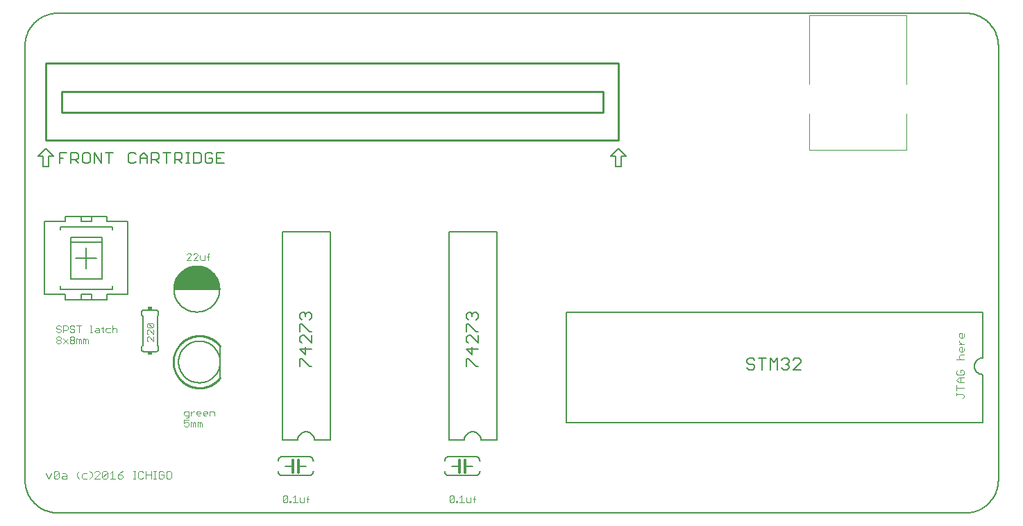
<source format=gto>
G75*
%MOIN*%
%OFA0B0*%
%FSLAX25Y25*%
%IPPOS*%
%LPD*%
%AMOC8*
5,1,8,0,0,1.08239X$1,22.5*
%
%ADD10C,0.00600*%
%ADD11C,0.00300*%
%ADD12C,0.00700*%
%ADD13C,0.00800*%
%ADD14C,0.00500*%
%ADD15C,0.01200*%
%ADD16C,0.01000*%
%ADD17R,0.02000X0.01500*%
%ADD18C,0.00400*%
D10*
X0025048Y0006800D02*
X0461052Y0006800D01*
X0461433Y0006805D01*
X0461813Y0006818D01*
X0462193Y0006841D01*
X0462572Y0006874D01*
X0462950Y0006915D01*
X0463327Y0006965D01*
X0463703Y0007025D01*
X0464078Y0007093D01*
X0464450Y0007171D01*
X0464821Y0007258D01*
X0465189Y0007353D01*
X0465555Y0007458D01*
X0465918Y0007571D01*
X0466279Y0007693D01*
X0466636Y0007823D01*
X0466990Y0007963D01*
X0467341Y0008110D01*
X0467688Y0008267D01*
X0468031Y0008431D01*
X0468370Y0008604D01*
X0468705Y0008785D01*
X0469036Y0008974D01*
X0469361Y0009171D01*
X0469682Y0009375D01*
X0469998Y0009588D01*
X0470308Y0009808D01*
X0470614Y0010035D01*
X0470913Y0010270D01*
X0471207Y0010512D01*
X0471495Y0010760D01*
X0471777Y0011016D01*
X0472052Y0011279D01*
X0472321Y0011548D01*
X0472584Y0011823D01*
X0472840Y0012105D01*
X0473088Y0012393D01*
X0473330Y0012687D01*
X0473565Y0012986D01*
X0473792Y0013292D01*
X0474012Y0013602D01*
X0474225Y0013918D01*
X0474429Y0014239D01*
X0474626Y0014564D01*
X0474815Y0014895D01*
X0474996Y0015230D01*
X0475169Y0015569D01*
X0475333Y0015912D01*
X0475490Y0016259D01*
X0475637Y0016610D01*
X0475777Y0016964D01*
X0475907Y0017321D01*
X0476029Y0017682D01*
X0476142Y0018045D01*
X0476247Y0018411D01*
X0476342Y0018779D01*
X0476429Y0019150D01*
X0476507Y0019522D01*
X0476575Y0019897D01*
X0476635Y0020273D01*
X0476685Y0020650D01*
X0476726Y0021028D01*
X0476759Y0021407D01*
X0476782Y0021787D01*
X0476795Y0022167D01*
X0476800Y0022548D01*
X0476800Y0231052D01*
X0476795Y0231433D01*
X0476782Y0231813D01*
X0476759Y0232193D01*
X0476726Y0232572D01*
X0476685Y0232950D01*
X0476635Y0233327D01*
X0476575Y0233703D01*
X0476507Y0234078D01*
X0476429Y0234450D01*
X0476342Y0234821D01*
X0476247Y0235189D01*
X0476142Y0235555D01*
X0476029Y0235918D01*
X0475907Y0236279D01*
X0475777Y0236636D01*
X0475637Y0236990D01*
X0475490Y0237341D01*
X0475333Y0237688D01*
X0475169Y0238031D01*
X0474996Y0238370D01*
X0474815Y0238705D01*
X0474626Y0239036D01*
X0474429Y0239361D01*
X0474225Y0239682D01*
X0474012Y0239998D01*
X0473792Y0240308D01*
X0473565Y0240614D01*
X0473330Y0240913D01*
X0473088Y0241207D01*
X0472840Y0241495D01*
X0472584Y0241777D01*
X0472321Y0242052D01*
X0472052Y0242321D01*
X0471777Y0242584D01*
X0471495Y0242840D01*
X0471207Y0243088D01*
X0470913Y0243330D01*
X0470614Y0243565D01*
X0470308Y0243792D01*
X0469998Y0244012D01*
X0469682Y0244225D01*
X0469361Y0244429D01*
X0469036Y0244626D01*
X0468705Y0244815D01*
X0468370Y0244996D01*
X0468031Y0245169D01*
X0467688Y0245333D01*
X0467341Y0245490D01*
X0466990Y0245637D01*
X0466636Y0245777D01*
X0466279Y0245907D01*
X0465918Y0246029D01*
X0465555Y0246142D01*
X0465189Y0246247D01*
X0464821Y0246342D01*
X0464450Y0246429D01*
X0464078Y0246507D01*
X0463703Y0246575D01*
X0463327Y0246635D01*
X0462950Y0246685D01*
X0462572Y0246726D01*
X0462193Y0246759D01*
X0461813Y0246782D01*
X0461433Y0246795D01*
X0461052Y0246800D01*
X0025048Y0246800D01*
X0024667Y0246795D01*
X0024287Y0246782D01*
X0023907Y0246759D01*
X0023528Y0246726D01*
X0023150Y0246685D01*
X0022773Y0246635D01*
X0022397Y0246575D01*
X0022022Y0246507D01*
X0021650Y0246429D01*
X0021279Y0246342D01*
X0020911Y0246247D01*
X0020545Y0246142D01*
X0020182Y0246029D01*
X0019821Y0245907D01*
X0019464Y0245777D01*
X0019110Y0245637D01*
X0018759Y0245490D01*
X0018412Y0245333D01*
X0018069Y0245169D01*
X0017730Y0244996D01*
X0017395Y0244815D01*
X0017064Y0244626D01*
X0016739Y0244429D01*
X0016418Y0244225D01*
X0016102Y0244012D01*
X0015792Y0243792D01*
X0015486Y0243565D01*
X0015187Y0243330D01*
X0014893Y0243088D01*
X0014605Y0242840D01*
X0014323Y0242584D01*
X0014048Y0242321D01*
X0013779Y0242052D01*
X0013516Y0241777D01*
X0013260Y0241495D01*
X0013012Y0241207D01*
X0012770Y0240913D01*
X0012535Y0240614D01*
X0012308Y0240308D01*
X0012088Y0239998D01*
X0011875Y0239682D01*
X0011671Y0239361D01*
X0011474Y0239036D01*
X0011285Y0238705D01*
X0011104Y0238370D01*
X0010931Y0238031D01*
X0010767Y0237688D01*
X0010610Y0237341D01*
X0010463Y0236990D01*
X0010323Y0236636D01*
X0010193Y0236279D01*
X0010071Y0235918D01*
X0009958Y0235555D01*
X0009853Y0235189D01*
X0009758Y0234821D01*
X0009671Y0234450D01*
X0009593Y0234078D01*
X0009525Y0233703D01*
X0009465Y0233327D01*
X0009415Y0232950D01*
X0009374Y0232572D01*
X0009341Y0232193D01*
X0009318Y0231813D01*
X0009305Y0231433D01*
X0009300Y0231052D01*
X0009300Y0022548D01*
X0009305Y0022167D01*
X0009318Y0021787D01*
X0009341Y0021407D01*
X0009374Y0021028D01*
X0009415Y0020650D01*
X0009465Y0020273D01*
X0009525Y0019897D01*
X0009593Y0019522D01*
X0009671Y0019150D01*
X0009758Y0018779D01*
X0009853Y0018411D01*
X0009958Y0018045D01*
X0010071Y0017682D01*
X0010193Y0017321D01*
X0010323Y0016964D01*
X0010463Y0016610D01*
X0010610Y0016259D01*
X0010767Y0015912D01*
X0010931Y0015569D01*
X0011104Y0015230D01*
X0011285Y0014895D01*
X0011474Y0014564D01*
X0011671Y0014239D01*
X0011875Y0013918D01*
X0012088Y0013602D01*
X0012308Y0013292D01*
X0012535Y0012986D01*
X0012770Y0012687D01*
X0013012Y0012393D01*
X0013260Y0012105D01*
X0013516Y0011823D01*
X0013779Y0011548D01*
X0014048Y0011279D01*
X0014323Y0011016D01*
X0014605Y0010760D01*
X0014893Y0010512D01*
X0015187Y0010270D01*
X0015486Y0010035D01*
X0015792Y0009808D01*
X0016102Y0009588D01*
X0016418Y0009375D01*
X0016739Y0009171D01*
X0017064Y0008974D01*
X0017395Y0008785D01*
X0017730Y0008604D01*
X0018069Y0008431D01*
X0018412Y0008267D01*
X0018759Y0008110D01*
X0019110Y0007963D01*
X0019464Y0007823D01*
X0019821Y0007693D01*
X0020182Y0007571D01*
X0020545Y0007458D01*
X0020911Y0007353D01*
X0021279Y0007258D01*
X0021650Y0007171D01*
X0022022Y0007093D01*
X0022397Y0007025D01*
X0022773Y0006965D01*
X0023150Y0006915D01*
X0023528Y0006874D01*
X0023907Y0006841D01*
X0024287Y0006818D01*
X0024667Y0006805D01*
X0025048Y0006800D01*
X0132800Y0024800D02*
X0145800Y0024800D01*
X0145887Y0024802D01*
X0145974Y0024808D01*
X0146061Y0024817D01*
X0146147Y0024830D01*
X0146233Y0024847D01*
X0146318Y0024868D01*
X0146401Y0024893D01*
X0146484Y0024921D01*
X0146565Y0024952D01*
X0146645Y0024987D01*
X0146723Y0025026D01*
X0146800Y0025068D01*
X0146875Y0025113D01*
X0146947Y0025162D01*
X0147018Y0025213D01*
X0147086Y0025268D01*
X0147151Y0025325D01*
X0147214Y0025386D01*
X0147275Y0025449D01*
X0147332Y0025514D01*
X0147387Y0025582D01*
X0147438Y0025653D01*
X0147487Y0025725D01*
X0147532Y0025800D01*
X0147574Y0025877D01*
X0147613Y0025955D01*
X0147648Y0026035D01*
X0147679Y0026116D01*
X0147707Y0026199D01*
X0147732Y0026282D01*
X0147753Y0026367D01*
X0147770Y0026453D01*
X0147783Y0026539D01*
X0147792Y0026626D01*
X0147798Y0026713D01*
X0147800Y0026800D01*
X0144300Y0029300D02*
X0140500Y0029300D01*
X0138000Y0029300D02*
X0134300Y0029300D01*
X0130800Y0026800D02*
X0130802Y0026713D01*
X0130808Y0026626D01*
X0130817Y0026539D01*
X0130830Y0026453D01*
X0130847Y0026367D01*
X0130868Y0026282D01*
X0130893Y0026199D01*
X0130921Y0026116D01*
X0130952Y0026035D01*
X0130987Y0025955D01*
X0131026Y0025877D01*
X0131068Y0025800D01*
X0131113Y0025725D01*
X0131162Y0025653D01*
X0131213Y0025582D01*
X0131268Y0025514D01*
X0131325Y0025449D01*
X0131386Y0025386D01*
X0131449Y0025325D01*
X0131514Y0025268D01*
X0131582Y0025213D01*
X0131653Y0025162D01*
X0131725Y0025113D01*
X0131800Y0025068D01*
X0131877Y0025026D01*
X0131955Y0024987D01*
X0132035Y0024952D01*
X0132116Y0024921D01*
X0132199Y0024893D01*
X0132282Y0024868D01*
X0132367Y0024847D01*
X0132453Y0024830D01*
X0132539Y0024817D01*
X0132626Y0024808D01*
X0132713Y0024802D01*
X0132800Y0024800D01*
X0130800Y0031800D02*
X0130802Y0031887D01*
X0130808Y0031974D01*
X0130817Y0032061D01*
X0130830Y0032147D01*
X0130847Y0032233D01*
X0130868Y0032318D01*
X0130893Y0032401D01*
X0130921Y0032484D01*
X0130952Y0032565D01*
X0130987Y0032645D01*
X0131026Y0032723D01*
X0131068Y0032800D01*
X0131113Y0032875D01*
X0131162Y0032947D01*
X0131213Y0033018D01*
X0131268Y0033086D01*
X0131325Y0033151D01*
X0131386Y0033214D01*
X0131449Y0033275D01*
X0131514Y0033332D01*
X0131582Y0033387D01*
X0131653Y0033438D01*
X0131725Y0033487D01*
X0131800Y0033532D01*
X0131877Y0033574D01*
X0131955Y0033613D01*
X0132035Y0033648D01*
X0132116Y0033679D01*
X0132199Y0033707D01*
X0132282Y0033732D01*
X0132367Y0033753D01*
X0132453Y0033770D01*
X0132539Y0033783D01*
X0132626Y0033792D01*
X0132713Y0033798D01*
X0132800Y0033800D01*
X0145800Y0033800D01*
X0145887Y0033798D01*
X0145974Y0033792D01*
X0146061Y0033783D01*
X0146147Y0033770D01*
X0146233Y0033753D01*
X0146318Y0033732D01*
X0146401Y0033707D01*
X0146484Y0033679D01*
X0146565Y0033648D01*
X0146645Y0033613D01*
X0146723Y0033574D01*
X0146800Y0033532D01*
X0146875Y0033487D01*
X0146947Y0033438D01*
X0147018Y0033387D01*
X0147086Y0033332D01*
X0147151Y0033275D01*
X0147214Y0033214D01*
X0147275Y0033151D01*
X0147332Y0033086D01*
X0147387Y0033018D01*
X0147438Y0032947D01*
X0147487Y0032875D01*
X0147532Y0032800D01*
X0147574Y0032723D01*
X0147613Y0032645D01*
X0147648Y0032565D01*
X0147679Y0032484D01*
X0147707Y0032401D01*
X0147732Y0032318D01*
X0147753Y0032233D01*
X0147770Y0032147D01*
X0147783Y0032061D01*
X0147792Y0031974D01*
X0147798Y0031887D01*
X0147800Y0031800D01*
X0148300Y0041800D02*
X0155800Y0041800D01*
X0155800Y0141800D01*
X0132800Y0141800D01*
X0132800Y0041800D01*
X0140300Y0041800D01*
X0140302Y0041926D01*
X0140308Y0042051D01*
X0140318Y0042176D01*
X0140332Y0042301D01*
X0140349Y0042426D01*
X0140371Y0042550D01*
X0140396Y0042673D01*
X0140426Y0042795D01*
X0140459Y0042916D01*
X0140496Y0043036D01*
X0140536Y0043155D01*
X0140581Y0043272D01*
X0140629Y0043389D01*
X0140681Y0043503D01*
X0140736Y0043616D01*
X0140795Y0043727D01*
X0140857Y0043836D01*
X0140923Y0043943D01*
X0140992Y0044048D01*
X0141064Y0044151D01*
X0141139Y0044252D01*
X0141218Y0044350D01*
X0141300Y0044445D01*
X0141384Y0044538D01*
X0141472Y0044628D01*
X0141562Y0044716D01*
X0141655Y0044800D01*
X0141750Y0044882D01*
X0141848Y0044961D01*
X0141949Y0045036D01*
X0142052Y0045108D01*
X0142157Y0045177D01*
X0142264Y0045243D01*
X0142373Y0045305D01*
X0142484Y0045364D01*
X0142597Y0045419D01*
X0142711Y0045471D01*
X0142828Y0045519D01*
X0142945Y0045564D01*
X0143064Y0045604D01*
X0143184Y0045641D01*
X0143305Y0045674D01*
X0143427Y0045704D01*
X0143550Y0045729D01*
X0143674Y0045751D01*
X0143799Y0045768D01*
X0143924Y0045782D01*
X0144049Y0045792D01*
X0144174Y0045798D01*
X0144300Y0045800D01*
X0144426Y0045798D01*
X0144551Y0045792D01*
X0144676Y0045782D01*
X0144801Y0045768D01*
X0144926Y0045751D01*
X0145050Y0045729D01*
X0145173Y0045704D01*
X0145295Y0045674D01*
X0145416Y0045641D01*
X0145536Y0045604D01*
X0145655Y0045564D01*
X0145772Y0045519D01*
X0145889Y0045471D01*
X0146003Y0045419D01*
X0146116Y0045364D01*
X0146227Y0045305D01*
X0146336Y0045243D01*
X0146443Y0045177D01*
X0146548Y0045108D01*
X0146651Y0045036D01*
X0146752Y0044961D01*
X0146850Y0044882D01*
X0146945Y0044800D01*
X0147038Y0044716D01*
X0147128Y0044628D01*
X0147216Y0044538D01*
X0147300Y0044445D01*
X0147382Y0044350D01*
X0147461Y0044252D01*
X0147536Y0044151D01*
X0147608Y0044048D01*
X0147677Y0043943D01*
X0147743Y0043836D01*
X0147805Y0043727D01*
X0147864Y0043616D01*
X0147919Y0043503D01*
X0147971Y0043389D01*
X0148019Y0043272D01*
X0148064Y0043155D01*
X0148104Y0043036D01*
X0148141Y0042916D01*
X0148174Y0042795D01*
X0148204Y0042673D01*
X0148229Y0042550D01*
X0148251Y0042426D01*
X0148268Y0042301D01*
X0148282Y0042176D01*
X0148292Y0042051D01*
X0148298Y0041926D01*
X0148300Y0041800D01*
X0212800Y0041800D02*
X0220300Y0041800D01*
X0220302Y0041926D01*
X0220308Y0042051D01*
X0220318Y0042176D01*
X0220332Y0042301D01*
X0220349Y0042426D01*
X0220371Y0042550D01*
X0220396Y0042673D01*
X0220426Y0042795D01*
X0220459Y0042916D01*
X0220496Y0043036D01*
X0220536Y0043155D01*
X0220581Y0043272D01*
X0220629Y0043389D01*
X0220681Y0043503D01*
X0220736Y0043616D01*
X0220795Y0043727D01*
X0220857Y0043836D01*
X0220923Y0043943D01*
X0220992Y0044048D01*
X0221064Y0044151D01*
X0221139Y0044252D01*
X0221218Y0044350D01*
X0221300Y0044445D01*
X0221384Y0044538D01*
X0221472Y0044628D01*
X0221562Y0044716D01*
X0221655Y0044800D01*
X0221750Y0044882D01*
X0221848Y0044961D01*
X0221949Y0045036D01*
X0222052Y0045108D01*
X0222157Y0045177D01*
X0222264Y0045243D01*
X0222373Y0045305D01*
X0222484Y0045364D01*
X0222597Y0045419D01*
X0222711Y0045471D01*
X0222828Y0045519D01*
X0222945Y0045564D01*
X0223064Y0045604D01*
X0223184Y0045641D01*
X0223305Y0045674D01*
X0223427Y0045704D01*
X0223550Y0045729D01*
X0223674Y0045751D01*
X0223799Y0045768D01*
X0223924Y0045782D01*
X0224049Y0045792D01*
X0224174Y0045798D01*
X0224300Y0045800D01*
X0224426Y0045798D01*
X0224551Y0045792D01*
X0224676Y0045782D01*
X0224801Y0045768D01*
X0224926Y0045751D01*
X0225050Y0045729D01*
X0225173Y0045704D01*
X0225295Y0045674D01*
X0225416Y0045641D01*
X0225536Y0045604D01*
X0225655Y0045564D01*
X0225772Y0045519D01*
X0225889Y0045471D01*
X0226003Y0045419D01*
X0226116Y0045364D01*
X0226227Y0045305D01*
X0226336Y0045243D01*
X0226443Y0045177D01*
X0226548Y0045108D01*
X0226651Y0045036D01*
X0226752Y0044961D01*
X0226850Y0044882D01*
X0226945Y0044800D01*
X0227038Y0044716D01*
X0227128Y0044628D01*
X0227216Y0044538D01*
X0227300Y0044445D01*
X0227382Y0044350D01*
X0227461Y0044252D01*
X0227536Y0044151D01*
X0227608Y0044048D01*
X0227677Y0043943D01*
X0227743Y0043836D01*
X0227805Y0043727D01*
X0227864Y0043616D01*
X0227919Y0043503D01*
X0227971Y0043389D01*
X0228019Y0043272D01*
X0228064Y0043155D01*
X0228104Y0043036D01*
X0228141Y0042916D01*
X0228174Y0042795D01*
X0228204Y0042673D01*
X0228229Y0042550D01*
X0228251Y0042426D01*
X0228268Y0042301D01*
X0228282Y0042176D01*
X0228292Y0042051D01*
X0228298Y0041926D01*
X0228300Y0041800D01*
X0235800Y0041800D01*
X0235800Y0141800D01*
X0212800Y0141800D01*
X0212800Y0041800D01*
X0212800Y0033800D02*
X0225800Y0033800D01*
X0225887Y0033798D01*
X0225974Y0033792D01*
X0226061Y0033783D01*
X0226147Y0033770D01*
X0226233Y0033753D01*
X0226318Y0033732D01*
X0226401Y0033707D01*
X0226484Y0033679D01*
X0226565Y0033648D01*
X0226645Y0033613D01*
X0226723Y0033574D01*
X0226800Y0033532D01*
X0226875Y0033487D01*
X0226947Y0033438D01*
X0227018Y0033387D01*
X0227086Y0033332D01*
X0227151Y0033275D01*
X0227214Y0033214D01*
X0227275Y0033151D01*
X0227332Y0033086D01*
X0227387Y0033018D01*
X0227438Y0032947D01*
X0227487Y0032875D01*
X0227532Y0032800D01*
X0227574Y0032723D01*
X0227613Y0032645D01*
X0227648Y0032565D01*
X0227679Y0032484D01*
X0227707Y0032401D01*
X0227732Y0032318D01*
X0227753Y0032233D01*
X0227770Y0032147D01*
X0227783Y0032061D01*
X0227792Y0031974D01*
X0227798Y0031887D01*
X0227800Y0031800D01*
X0224300Y0029300D02*
X0220500Y0029300D01*
X0218000Y0029300D02*
X0214300Y0029300D01*
X0210800Y0026800D02*
X0210802Y0026713D01*
X0210808Y0026626D01*
X0210817Y0026539D01*
X0210830Y0026453D01*
X0210847Y0026367D01*
X0210868Y0026282D01*
X0210893Y0026199D01*
X0210921Y0026116D01*
X0210952Y0026035D01*
X0210987Y0025955D01*
X0211026Y0025877D01*
X0211068Y0025800D01*
X0211113Y0025725D01*
X0211162Y0025653D01*
X0211213Y0025582D01*
X0211268Y0025514D01*
X0211325Y0025449D01*
X0211386Y0025386D01*
X0211449Y0025325D01*
X0211514Y0025268D01*
X0211582Y0025213D01*
X0211653Y0025162D01*
X0211725Y0025113D01*
X0211800Y0025068D01*
X0211877Y0025026D01*
X0211955Y0024987D01*
X0212035Y0024952D01*
X0212116Y0024921D01*
X0212199Y0024893D01*
X0212282Y0024868D01*
X0212367Y0024847D01*
X0212453Y0024830D01*
X0212539Y0024817D01*
X0212626Y0024808D01*
X0212713Y0024802D01*
X0212800Y0024800D01*
X0225800Y0024800D01*
X0225887Y0024802D01*
X0225974Y0024808D01*
X0226061Y0024817D01*
X0226147Y0024830D01*
X0226233Y0024847D01*
X0226318Y0024868D01*
X0226401Y0024893D01*
X0226484Y0024921D01*
X0226565Y0024952D01*
X0226645Y0024987D01*
X0226723Y0025026D01*
X0226800Y0025068D01*
X0226875Y0025113D01*
X0226947Y0025162D01*
X0227018Y0025213D01*
X0227086Y0025268D01*
X0227151Y0025325D01*
X0227214Y0025386D01*
X0227275Y0025449D01*
X0227332Y0025514D01*
X0227387Y0025582D01*
X0227438Y0025653D01*
X0227487Y0025725D01*
X0227532Y0025800D01*
X0227574Y0025877D01*
X0227613Y0025955D01*
X0227648Y0026035D01*
X0227679Y0026116D01*
X0227707Y0026199D01*
X0227732Y0026282D01*
X0227753Y0026367D01*
X0227770Y0026453D01*
X0227783Y0026539D01*
X0227792Y0026626D01*
X0227798Y0026713D01*
X0227800Y0026800D01*
X0212800Y0033800D02*
X0212713Y0033798D01*
X0212626Y0033792D01*
X0212539Y0033783D01*
X0212453Y0033770D01*
X0212367Y0033753D01*
X0212282Y0033732D01*
X0212199Y0033707D01*
X0212116Y0033679D01*
X0212035Y0033648D01*
X0211955Y0033613D01*
X0211877Y0033574D01*
X0211800Y0033532D01*
X0211725Y0033487D01*
X0211653Y0033438D01*
X0211582Y0033387D01*
X0211514Y0033332D01*
X0211449Y0033275D01*
X0211386Y0033214D01*
X0211325Y0033151D01*
X0211268Y0033086D01*
X0211213Y0033018D01*
X0211162Y0032947D01*
X0211113Y0032875D01*
X0211068Y0032800D01*
X0211026Y0032723D01*
X0210987Y0032645D01*
X0210952Y0032565D01*
X0210921Y0032484D01*
X0210893Y0032401D01*
X0210868Y0032318D01*
X0210847Y0032233D01*
X0210830Y0032147D01*
X0210817Y0032061D01*
X0210808Y0031974D01*
X0210802Y0031887D01*
X0210800Y0031800D01*
X0269300Y0050300D02*
X0269300Y0103300D01*
X0469300Y0103300D01*
X0469300Y0081300D01*
X0469174Y0081298D01*
X0469049Y0081292D01*
X0468924Y0081282D01*
X0468799Y0081268D01*
X0468674Y0081251D01*
X0468550Y0081229D01*
X0468427Y0081204D01*
X0468305Y0081174D01*
X0468184Y0081141D01*
X0468064Y0081104D01*
X0467945Y0081064D01*
X0467828Y0081019D01*
X0467711Y0080971D01*
X0467597Y0080919D01*
X0467484Y0080864D01*
X0467373Y0080805D01*
X0467264Y0080743D01*
X0467157Y0080677D01*
X0467052Y0080608D01*
X0466949Y0080536D01*
X0466848Y0080461D01*
X0466750Y0080382D01*
X0466655Y0080300D01*
X0466562Y0080216D01*
X0466472Y0080128D01*
X0466384Y0080038D01*
X0466300Y0079945D01*
X0466218Y0079850D01*
X0466139Y0079752D01*
X0466064Y0079651D01*
X0465992Y0079548D01*
X0465923Y0079443D01*
X0465857Y0079336D01*
X0465795Y0079227D01*
X0465736Y0079116D01*
X0465681Y0079003D01*
X0465629Y0078889D01*
X0465581Y0078772D01*
X0465536Y0078655D01*
X0465496Y0078536D01*
X0465459Y0078416D01*
X0465426Y0078295D01*
X0465396Y0078173D01*
X0465371Y0078050D01*
X0465349Y0077926D01*
X0465332Y0077801D01*
X0465318Y0077676D01*
X0465308Y0077551D01*
X0465302Y0077426D01*
X0465300Y0077300D01*
X0465302Y0077174D01*
X0465308Y0077049D01*
X0465318Y0076924D01*
X0465332Y0076799D01*
X0465349Y0076674D01*
X0465371Y0076550D01*
X0465396Y0076427D01*
X0465426Y0076305D01*
X0465459Y0076184D01*
X0465496Y0076064D01*
X0465536Y0075945D01*
X0465581Y0075828D01*
X0465629Y0075711D01*
X0465681Y0075597D01*
X0465736Y0075484D01*
X0465795Y0075373D01*
X0465857Y0075264D01*
X0465923Y0075157D01*
X0465992Y0075052D01*
X0466064Y0074949D01*
X0466139Y0074848D01*
X0466218Y0074750D01*
X0466300Y0074655D01*
X0466384Y0074562D01*
X0466472Y0074472D01*
X0466562Y0074384D01*
X0466655Y0074300D01*
X0466750Y0074218D01*
X0466848Y0074139D01*
X0466949Y0074064D01*
X0467052Y0073992D01*
X0467157Y0073923D01*
X0467264Y0073857D01*
X0467373Y0073795D01*
X0467484Y0073736D01*
X0467597Y0073681D01*
X0467711Y0073629D01*
X0467828Y0073581D01*
X0467945Y0073536D01*
X0468064Y0073496D01*
X0468184Y0073459D01*
X0468305Y0073426D01*
X0468427Y0073396D01*
X0468550Y0073371D01*
X0468674Y0073349D01*
X0468799Y0073332D01*
X0468924Y0073318D01*
X0469049Y0073308D01*
X0469174Y0073302D01*
X0469300Y0073300D01*
X0469300Y0050300D01*
X0269300Y0050300D01*
X0356100Y0076501D02*
X0357001Y0075600D01*
X0358802Y0075600D01*
X0359703Y0076501D01*
X0359703Y0077402D01*
X0358802Y0078302D01*
X0357001Y0078302D01*
X0356100Y0079203D01*
X0356100Y0080104D01*
X0357001Y0081005D01*
X0358802Y0081005D01*
X0359703Y0080104D01*
X0361625Y0081005D02*
X0365228Y0081005D01*
X0363426Y0081005D02*
X0363426Y0075600D01*
X0367149Y0075600D02*
X0367149Y0081005D01*
X0368951Y0079203D01*
X0370753Y0081005D01*
X0370753Y0075600D01*
X0372674Y0076501D02*
X0373575Y0075600D01*
X0375376Y0075600D01*
X0376277Y0076501D01*
X0376277Y0077402D01*
X0375376Y0078302D01*
X0374476Y0078302D01*
X0375376Y0078302D02*
X0376277Y0079203D01*
X0376277Y0080104D01*
X0375376Y0081005D01*
X0373575Y0081005D01*
X0372674Y0080104D01*
X0378199Y0080104D02*
X0379100Y0081005D01*
X0380901Y0081005D01*
X0381802Y0080104D01*
X0381802Y0079203D01*
X0378199Y0075600D01*
X0381802Y0075600D01*
X0083050Y0079300D02*
X0083053Y0079545D01*
X0083062Y0079791D01*
X0083077Y0080036D01*
X0083098Y0080280D01*
X0083125Y0080524D01*
X0083158Y0080767D01*
X0083197Y0081010D01*
X0083242Y0081251D01*
X0083293Y0081491D01*
X0083350Y0081730D01*
X0083412Y0081967D01*
X0083481Y0082203D01*
X0083555Y0082437D01*
X0083635Y0082669D01*
X0083720Y0082899D01*
X0083811Y0083127D01*
X0083908Y0083352D01*
X0084010Y0083576D01*
X0084118Y0083796D01*
X0084231Y0084014D01*
X0084349Y0084229D01*
X0084473Y0084441D01*
X0084601Y0084650D01*
X0084735Y0084856D01*
X0084874Y0085058D01*
X0085018Y0085257D01*
X0085167Y0085452D01*
X0085320Y0085644D01*
X0085478Y0085832D01*
X0085640Y0086016D01*
X0085808Y0086195D01*
X0085979Y0086371D01*
X0086155Y0086542D01*
X0086334Y0086710D01*
X0086518Y0086872D01*
X0086706Y0087030D01*
X0086898Y0087183D01*
X0087093Y0087332D01*
X0087292Y0087476D01*
X0087494Y0087615D01*
X0087700Y0087749D01*
X0087909Y0087877D01*
X0088121Y0088001D01*
X0088336Y0088119D01*
X0088554Y0088232D01*
X0088774Y0088340D01*
X0088998Y0088442D01*
X0089223Y0088539D01*
X0089451Y0088630D01*
X0089681Y0088715D01*
X0089913Y0088795D01*
X0090147Y0088869D01*
X0090383Y0088938D01*
X0090620Y0089000D01*
X0090859Y0089057D01*
X0091099Y0089108D01*
X0091340Y0089153D01*
X0091583Y0089192D01*
X0091826Y0089225D01*
X0092070Y0089252D01*
X0092314Y0089273D01*
X0092559Y0089288D01*
X0092805Y0089297D01*
X0093050Y0089300D01*
X0093295Y0089297D01*
X0093541Y0089288D01*
X0093786Y0089273D01*
X0094030Y0089252D01*
X0094274Y0089225D01*
X0094517Y0089192D01*
X0094760Y0089153D01*
X0095001Y0089108D01*
X0095241Y0089057D01*
X0095480Y0089000D01*
X0095717Y0088938D01*
X0095953Y0088869D01*
X0096187Y0088795D01*
X0096419Y0088715D01*
X0096649Y0088630D01*
X0096877Y0088539D01*
X0097102Y0088442D01*
X0097326Y0088340D01*
X0097546Y0088232D01*
X0097764Y0088119D01*
X0097979Y0088001D01*
X0098191Y0087877D01*
X0098400Y0087749D01*
X0098606Y0087615D01*
X0098808Y0087476D01*
X0099007Y0087332D01*
X0099202Y0087183D01*
X0099394Y0087030D01*
X0099582Y0086872D01*
X0099766Y0086710D01*
X0099945Y0086542D01*
X0100121Y0086371D01*
X0100292Y0086195D01*
X0100460Y0086016D01*
X0100622Y0085832D01*
X0100780Y0085644D01*
X0100933Y0085452D01*
X0101082Y0085257D01*
X0101226Y0085058D01*
X0101365Y0084856D01*
X0101499Y0084650D01*
X0101627Y0084441D01*
X0101751Y0084229D01*
X0101869Y0084014D01*
X0101982Y0083796D01*
X0102090Y0083576D01*
X0102192Y0083352D01*
X0102289Y0083127D01*
X0102380Y0082899D01*
X0102465Y0082669D01*
X0102545Y0082437D01*
X0102619Y0082203D01*
X0102688Y0081967D01*
X0102750Y0081730D01*
X0102807Y0081491D01*
X0102858Y0081251D01*
X0102903Y0081010D01*
X0102942Y0080767D01*
X0102975Y0080524D01*
X0103002Y0080280D01*
X0103023Y0080036D01*
X0103038Y0079791D01*
X0103047Y0079545D01*
X0103050Y0079300D01*
X0103047Y0079055D01*
X0103038Y0078809D01*
X0103023Y0078564D01*
X0103002Y0078320D01*
X0102975Y0078076D01*
X0102942Y0077833D01*
X0102903Y0077590D01*
X0102858Y0077349D01*
X0102807Y0077109D01*
X0102750Y0076870D01*
X0102688Y0076633D01*
X0102619Y0076397D01*
X0102545Y0076163D01*
X0102465Y0075931D01*
X0102380Y0075701D01*
X0102289Y0075473D01*
X0102192Y0075248D01*
X0102090Y0075024D01*
X0101982Y0074804D01*
X0101869Y0074586D01*
X0101751Y0074371D01*
X0101627Y0074159D01*
X0101499Y0073950D01*
X0101365Y0073744D01*
X0101226Y0073542D01*
X0101082Y0073343D01*
X0100933Y0073148D01*
X0100780Y0072956D01*
X0100622Y0072768D01*
X0100460Y0072584D01*
X0100292Y0072405D01*
X0100121Y0072229D01*
X0099945Y0072058D01*
X0099766Y0071890D01*
X0099582Y0071728D01*
X0099394Y0071570D01*
X0099202Y0071417D01*
X0099007Y0071268D01*
X0098808Y0071124D01*
X0098606Y0070985D01*
X0098400Y0070851D01*
X0098191Y0070723D01*
X0097979Y0070599D01*
X0097764Y0070481D01*
X0097546Y0070368D01*
X0097326Y0070260D01*
X0097102Y0070158D01*
X0096877Y0070061D01*
X0096649Y0069970D01*
X0096419Y0069885D01*
X0096187Y0069805D01*
X0095953Y0069731D01*
X0095717Y0069662D01*
X0095480Y0069600D01*
X0095241Y0069543D01*
X0095001Y0069492D01*
X0094760Y0069447D01*
X0094517Y0069408D01*
X0094274Y0069375D01*
X0094030Y0069348D01*
X0093786Y0069327D01*
X0093541Y0069312D01*
X0093295Y0069303D01*
X0093050Y0069300D01*
X0092805Y0069303D01*
X0092559Y0069312D01*
X0092314Y0069327D01*
X0092070Y0069348D01*
X0091826Y0069375D01*
X0091583Y0069408D01*
X0091340Y0069447D01*
X0091099Y0069492D01*
X0090859Y0069543D01*
X0090620Y0069600D01*
X0090383Y0069662D01*
X0090147Y0069731D01*
X0089913Y0069805D01*
X0089681Y0069885D01*
X0089451Y0069970D01*
X0089223Y0070061D01*
X0088998Y0070158D01*
X0088774Y0070260D01*
X0088554Y0070368D01*
X0088336Y0070481D01*
X0088121Y0070599D01*
X0087909Y0070723D01*
X0087700Y0070851D01*
X0087494Y0070985D01*
X0087292Y0071124D01*
X0087093Y0071268D01*
X0086898Y0071417D01*
X0086706Y0071570D01*
X0086518Y0071728D01*
X0086334Y0071890D01*
X0086155Y0072058D01*
X0085979Y0072229D01*
X0085808Y0072405D01*
X0085640Y0072584D01*
X0085478Y0072768D01*
X0085320Y0072956D01*
X0085167Y0073148D01*
X0085018Y0073343D01*
X0084874Y0073542D01*
X0084735Y0073744D01*
X0084601Y0073950D01*
X0084473Y0074159D01*
X0084349Y0074371D01*
X0084231Y0074586D01*
X0084118Y0074804D01*
X0084010Y0075024D01*
X0083908Y0075248D01*
X0083811Y0075473D01*
X0083720Y0075701D01*
X0083635Y0075931D01*
X0083555Y0076163D01*
X0083481Y0076397D01*
X0083412Y0076633D01*
X0083350Y0076870D01*
X0083293Y0077109D01*
X0083242Y0077349D01*
X0083197Y0077590D01*
X0083158Y0077833D01*
X0083125Y0078076D01*
X0083098Y0078320D01*
X0083077Y0078564D01*
X0083062Y0078809D01*
X0083053Y0079055D01*
X0083050Y0079300D01*
X0073300Y0085300D02*
X0073300Y0086800D01*
X0072800Y0087300D01*
X0072800Y0101300D01*
X0073300Y0101800D01*
X0073300Y0103300D01*
X0073298Y0103360D01*
X0073293Y0103421D01*
X0073284Y0103480D01*
X0073271Y0103539D01*
X0073255Y0103598D01*
X0073235Y0103655D01*
X0073212Y0103710D01*
X0073185Y0103765D01*
X0073156Y0103817D01*
X0073123Y0103868D01*
X0073087Y0103917D01*
X0073049Y0103963D01*
X0073007Y0104007D01*
X0072963Y0104049D01*
X0072917Y0104087D01*
X0072868Y0104123D01*
X0072817Y0104156D01*
X0072765Y0104185D01*
X0072710Y0104212D01*
X0072655Y0104235D01*
X0072598Y0104255D01*
X0072539Y0104271D01*
X0072480Y0104284D01*
X0072421Y0104293D01*
X0072360Y0104298D01*
X0072300Y0104300D01*
X0066300Y0104300D01*
X0066240Y0104298D01*
X0066179Y0104293D01*
X0066120Y0104284D01*
X0066061Y0104271D01*
X0066002Y0104255D01*
X0065945Y0104235D01*
X0065890Y0104212D01*
X0065835Y0104185D01*
X0065783Y0104156D01*
X0065732Y0104123D01*
X0065683Y0104087D01*
X0065637Y0104049D01*
X0065593Y0104007D01*
X0065551Y0103963D01*
X0065513Y0103917D01*
X0065477Y0103868D01*
X0065444Y0103817D01*
X0065415Y0103765D01*
X0065388Y0103710D01*
X0065365Y0103655D01*
X0065345Y0103598D01*
X0065329Y0103539D01*
X0065316Y0103480D01*
X0065307Y0103421D01*
X0065302Y0103360D01*
X0065300Y0103300D01*
X0065300Y0101800D01*
X0065800Y0101300D01*
X0065800Y0087300D01*
X0065300Y0086800D01*
X0065300Y0085300D01*
X0065302Y0085240D01*
X0065307Y0085179D01*
X0065316Y0085120D01*
X0065329Y0085061D01*
X0065345Y0085002D01*
X0065365Y0084945D01*
X0065388Y0084890D01*
X0065415Y0084835D01*
X0065444Y0084783D01*
X0065477Y0084732D01*
X0065513Y0084683D01*
X0065551Y0084637D01*
X0065593Y0084593D01*
X0065637Y0084551D01*
X0065683Y0084513D01*
X0065732Y0084477D01*
X0065783Y0084444D01*
X0065835Y0084415D01*
X0065890Y0084388D01*
X0065945Y0084365D01*
X0066002Y0084345D01*
X0066061Y0084329D01*
X0066120Y0084316D01*
X0066179Y0084307D01*
X0066240Y0084302D01*
X0066300Y0084300D01*
X0072300Y0084300D01*
X0072360Y0084302D01*
X0072421Y0084307D01*
X0072480Y0084316D01*
X0072539Y0084329D01*
X0072598Y0084345D01*
X0072655Y0084365D01*
X0072710Y0084388D01*
X0072765Y0084415D01*
X0072817Y0084444D01*
X0072868Y0084477D01*
X0072917Y0084513D01*
X0072963Y0084551D01*
X0073007Y0084593D01*
X0073049Y0084637D01*
X0073087Y0084683D01*
X0073123Y0084732D01*
X0073156Y0084783D01*
X0073185Y0084835D01*
X0073212Y0084890D01*
X0073235Y0084945D01*
X0073255Y0085002D01*
X0073271Y0085061D01*
X0073284Y0085120D01*
X0073293Y0085179D01*
X0073298Y0085240D01*
X0073300Y0085300D01*
X0048675Y0109300D02*
X0041175Y0109300D01*
X0036175Y0109300D01*
X0028675Y0109300D01*
X0028675Y0111800D01*
X0018675Y0111800D01*
X0018675Y0146800D01*
X0028675Y0146800D01*
X0028675Y0149300D01*
X0036175Y0149300D01*
X0041175Y0149300D01*
X0048675Y0149300D01*
X0048675Y0146800D01*
X0058675Y0146800D01*
X0058675Y0111800D01*
X0048675Y0111800D01*
X0048675Y0109300D01*
X0051175Y0114300D02*
X0051175Y0115800D01*
X0051175Y0114300D02*
X0026175Y0114300D01*
X0026175Y0115800D01*
X0031175Y0119300D02*
X0031175Y0136800D01*
X0046175Y0136800D01*
X0046175Y0139300D01*
X0031175Y0139300D01*
X0031175Y0136800D01*
X0038675Y0134300D02*
X0038675Y0124300D01*
X0043675Y0129300D02*
X0033675Y0129300D01*
X0046175Y0136800D02*
X0046175Y0119300D01*
X0031175Y0119300D01*
X0036175Y0111800D02*
X0036175Y0109300D01*
X0036175Y0111800D02*
X0041175Y0111800D01*
X0041175Y0109300D01*
X0080800Y0114300D02*
X0080803Y0114570D01*
X0080813Y0114840D01*
X0080830Y0115109D01*
X0080853Y0115378D01*
X0080883Y0115647D01*
X0080919Y0115914D01*
X0080962Y0116181D01*
X0081011Y0116446D01*
X0081067Y0116710D01*
X0081130Y0116973D01*
X0081198Y0117234D01*
X0081274Y0117493D01*
X0081355Y0117750D01*
X0081443Y0118006D01*
X0081537Y0118259D01*
X0081637Y0118510D01*
X0081744Y0118758D01*
X0081856Y0119003D01*
X0081975Y0119246D01*
X0082099Y0119485D01*
X0082229Y0119722D01*
X0082365Y0119955D01*
X0082507Y0120185D01*
X0082654Y0120411D01*
X0082807Y0120634D01*
X0082965Y0120853D01*
X0083128Y0121068D01*
X0083297Y0121278D01*
X0083471Y0121485D01*
X0083650Y0121687D01*
X0083833Y0121885D01*
X0084022Y0122078D01*
X0084215Y0122267D01*
X0084413Y0122450D01*
X0084615Y0122629D01*
X0084822Y0122803D01*
X0085032Y0122972D01*
X0085247Y0123135D01*
X0085466Y0123293D01*
X0085689Y0123446D01*
X0085915Y0123593D01*
X0086145Y0123735D01*
X0086378Y0123871D01*
X0086615Y0124001D01*
X0086854Y0124125D01*
X0087097Y0124244D01*
X0087342Y0124356D01*
X0087590Y0124463D01*
X0087841Y0124563D01*
X0088094Y0124657D01*
X0088350Y0124745D01*
X0088607Y0124826D01*
X0088866Y0124902D01*
X0089127Y0124970D01*
X0089390Y0125033D01*
X0089654Y0125089D01*
X0089919Y0125138D01*
X0090186Y0125181D01*
X0090453Y0125217D01*
X0090722Y0125247D01*
X0090991Y0125270D01*
X0091260Y0125287D01*
X0091530Y0125297D01*
X0091800Y0125300D01*
X0092070Y0125297D01*
X0092340Y0125287D01*
X0092609Y0125270D01*
X0092878Y0125247D01*
X0093147Y0125217D01*
X0093414Y0125181D01*
X0093681Y0125138D01*
X0093946Y0125089D01*
X0094210Y0125033D01*
X0094473Y0124970D01*
X0094734Y0124902D01*
X0094993Y0124826D01*
X0095250Y0124745D01*
X0095506Y0124657D01*
X0095759Y0124563D01*
X0096010Y0124463D01*
X0096258Y0124356D01*
X0096503Y0124244D01*
X0096746Y0124125D01*
X0096985Y0124001D01*
X0097222Y0123871D01*
X0097455Y0123735D01*
X0097685Y0123593D01*
X0097911Y0123446D01*
X0098134Y0123293D01*
X0098353Y0123135D01*
X0098568Y0122972D01*
X0098778Y0122803D01*
X0098985Y0122629D01*
X0099187Y0122450D01*
X0099385Y0122267D01*
X0099578Y0122078D01*
X0099767Y0121885D01*
X0099950Y0121687D01*
X0100129Y0121485D01*
X0100303Y0121278D01*
X0100472Y0121068D01*
X0100635Y0120853D01*
X0100793Y0120634D01*
X0100946Y0120411D01*
X0101093Y0120185D01*
X0101235Y0119955D01*
X0101371Y0119722D01*
X0101501Y0119485D01*
X0101625Y0119246D01*
X0101744Y0119003D01*
X0101856Y0118758D01*
X0101963Y0118510D01*
X0102063Y0118259D01*
X0102157Y0118006D01*
X0102245Y0117750D01*
X0102326Y0117493D01*
X0102402Y0117234D01*
X0102470Y0116973D01*
X0102533Y0116710D01*
X0102589Y0116446D01*
X0102638Y0116181D01*
X0102681Y0115914D01*
X0102717Y0115647D01*
X0102747Y0115378D01*
X0102770Y0115109D01*
X0102787Y0114840D01*
X0102797Y0114570D01*
X0102800Y0114300D01*
X0102797Y0114030D01*
X0102787Y0113760D01*
X0102770Y0113491D01*
X0102747Y0113222D01*
X0102717Y0112953D01*
X0102681Y0112686D01*
X0102638Y0112419D01*
X0102589Y0112154D01*
X0102533Y0111890D01*
X0102470Y0111627D01*
X0102402Y0111366D01*
X0102326Y0111107D01*
X0102245Y0110850D01*
X0102157Y0110594D01*
X0102063Y0110341D01*
X0101963Y0110090D01*
X0101856Y0109842D01*
X0101744Y0109597D01*
X0101625Y0109354D01*
X0101501Y0109115D01*
X0101371Y0108878D01*
X0101235Y0108645D01*
X0101093Y0108415D01*
X0100946Y0108189D01*
X0100793Y0107966D01*
X0100635Y0107747D01*
X0100472Y0107532D01*
X0100303Y0107322D01*
X0100129Y0107115D01*
X0099950Y0106913D01*
X0099767Y0106715D01*
X0099578Y0106522D01*
X0099385Y0106333D01*
X0099187Y0106150D01*
X0098985Y0105971D01*
X0098778Y0105797D01*
X0098568Y0105628D01*
X0098353Y0105465D01*
X0098134Y0105307D01*
X0097911Y0105154D01*
X0097685Y0105007D01*
X0097455Y0104865D01*
X0097222Y0104729D01*
X0096985Y0104599D01*
X0096746Y0104475D01*
X0096503Y0104356D01*
X0096258Y0104244D01*
X0096010Y0104137D01*
X0095759Y0104037D01*
X0095506Y0103943D01*
X0095250Y0103855D01*
X0094993Y0103774D01*
X0094734Y0103698D01*
X0094473Y0103630D01*
X0094210Y0103567D01*
X0093946Y0103511D01*
X0093681Y0103462D01*
X0093414Y0103419D01*
X0093147Y0103383D01*
X0092878Y0103353D01*
X0092609Y0103330D01*
X0092340Y0103313D01*
X0092070Y0103303D01*
X0091800Y0103300D01*
X0091530Y0103303D01*
X0091260Y0103313D01*
X0090991Y0103330D01*
X0090722Y0103353D01*
X0090453Y0103383D01*
X0090186Y0103419D01*
X0089919Y0103462D01*
X0089654Y0103511D01*
X0089390Y0103567D01*
X0089127Y0103630D01*
X0088866Y0103698D01*
X0088607Y0103774D01*
X0088350Y0103855D01*
X0088094Y0103943D01*
X0087841Y0104037D01*
X0087590Y0104137D01*
X0087342Y0104244D01*
X0087097Y0104356D01*
X0086854Y0104475D01*
X0086615Y0104599D01*
X0086378Y0104729D01*
X0086145Y0104865D01*
X0085915Y0105007D01*
X0085689Y0105154D01*
X0085466Y0105307D01*
X0085247Y0105465D01*
X0085032Y0105628D01*
X0084822Y0105797D01*
X0084615Y0105971D01*
X0084413Y0106150D01*
X0084215Y0106333D01*
X0084022Y0106522D01*
X0083833Y0106715D01*
X0083650Y0106913D01*
X0083471Y0107115D01*
X0083297Y0107322D01*
X0083128Y0107532D01*
X0082965Y0107747D01*
X0082807Y0107966D01*
X0082654Y0108189D01*
X0082507Y0108415D01*
X0082365Y0108645D01*
X0082229Y0108878D01*
X0082099Y0109115D01*
X0081975Y0109354D01*
X0081856Y0109597D01*
X0081744Y0109842D01*
X0081637Y0110090D01*
X0081537Y0110341D01*
X0081443Y0110594D01*
X0081355Y0110850D01*
X0081274Y0111107D01*
X0081198Y0111366D01*
X0081130Y0111627D01*
X0081067Y0111890D01*
X0081011Y0112154D01*
X0080962Y0112419D01*
X0080919Y0112686D01*
X0080883Y0112953D01*
X0080853Y0113222D01*
X0080830Y0113491D01*
X0080813Y0113760D01*
X0080803Y0114030D01*
X0080800Y0114300D01*
X0051175Y0142800D02*
X0051175Y0144300D01*
X0026175Y0144300D01*
X0026175Y0142800D01*
X0036175Y0146800D02*
X0036175Y0149300D01*
X0036175Y0146800D02*
X0041175Y0146800D01*
X0041175Y0149300D01*
D11*
X0086950Y0130869D02*
X0087484Y0131403D01*
X0088551Y0131403D01*
X0089085Y0130869D01*
X0089085Y0130335D01*
X0086950Y0128200D01*
X0089085Y0128200D01*
X0090173Y0128200D02*
X0092308Y0130335D01*
X0092308Y0130869D01*
X0091774Y0131403D01*
X0090707Y0131403D01*
X0090173Y0130869D01*
X0090173Y0128200D02*
X0092308Y0128200D01*
X0093395Y0128734D02*
X0093929Y0128200D01*
X0095531Y0128200D01*
X0095531Y0130335D01*
X0096618Y0129801D02*
X0097686Y0129801D01*
X0097152Y0130869D02*
X0097686Y0131403D01*
X0097152Y0130869D02*
X0097152Y0128200D01*
X0093395Y0128734D02*
X0093395Y0130335D01*
X0070516Y0097881D02*
X0071050Y0097347D01*
X0071050Y0096279D01*
X0070516Y0095745D01*
X0068381Y0097881D01*
X0070516Y0097881D01*
X0068381Y0097881D02*
X0067847Y0097347D01*
X0067847Y0096279D01*
X0068381Y0095745D01*
X0070516Y0095745D01*
X0071050Y0094658D02*
X0071050Y0092523D01*
X0068915Y0094658D01*
X0068381Y0094658D01*
X0067847Y0094124D01*
X0067847Y0093057D01*
X0068381Y0092523D01*
X0068381Y0091435D02*
X0067847Y0090901D01*
X0067847Y0089834D01*
X0068381Y0089300D01*
X0068381Y0091435D02*
X0068915Y0091435D01*
X0071050Y0089300D01*
X0071050Y0091435D01*
X0053441Y0093450D02*
X0053441Y0095051D01*
X0052908Y0095585D01*
X0051840Y0095585D01*
X0051306Y0095051D01*
X0050219Y0095585D02*
X0048617Y0095585D01*
X0048083Y0095051D01*
X0048083Y0093984D01*
X0048617Y0093450D01*
X0050219Y0093450D01*
X0051306Y0093450D02*
X0051306Y0096653D01*
X0047003Y0095585D02*
X0045935Y0095585D01*
X0046469Y0096119D02*
X0046469Y0093984D01*
X0047003Y0093450D01*
X0044847Y0093450D02*
X0043246Y0093450D01*
X0042712Y0093984D01*
X0043246Y0094518D01*
X0044847Y0094518D01*
X0044847Y0095051D02*
X0044847Y0093450D01*
X0044847Y0095051D02*
X0044314Y0095585D01*
X0043246Y0095585D01*
X0041098Y0096653D02*
X0041098Y0093450D01*
X0041631Y0093450D02*
X0040564Y0093450D01*
X0040564Y0096653D02*
X0041098Y0096653D01*
X0036253Y0096653D02*
X0034118Y0096653D01*
X0035186Y0096653D02*
X0035186Y0093450D01*
X0033031Y0093984D02*
X0032497Y0093450D01*
X0031429Y0093450D01*
X0030895Y0093984D01*
X0031429Y0095051D02*
X0032497Y0095051D01*
X0033031Y0094518D01*
X0033031Y0093984D01*
X0031429Y0095051D02*
X0030895Y0095585D01*
X0030895Y0096119D01*
X0031429Y0096653D01*
X0032497Y0096653D01*
X0033031Y0096119D01*
X0029808Y0096119D02*
X0029808Y0095051D01*
X0029274Y0094518D01*
X0027673Y0094518D01*
X0027673Y0093450D02*
X0027673Y0096653D01*
X0029274Y0096653D01*
X0029808Y0096119D01*
X0026585Y0096119D02*
X0026051Y0096653D01*
X0024984Y0096653D01*
X0024450Y0096119D01*
X0024450Y0095585D01*
X0024984Y0095051D01*
X0026051Y0095051D01*
X0026585Y0094518D01*
X0026585Y0093984D01*
X0026051Y0093450D01*
X0024984Y0093450D01*
X0024450Y0093984D01*
X0024984Y0091403D02*
X0026051Y0091403D01*
X0026585Y0090869D01*
X0026585Y0090335D01*
X0026051Y0089801D01*
X0024984Y0089801D01*
X0024450Y0090335D01*
X0024450Y0090869D01*
X0024984Y0091403D01*
X0024984Y0089801D02*
X0024450Y0089268D01*
X0024450Y0088734D01*
X0024984Y0088200D01*
X0026051Y0088200D01*
X0026585Y0088734D01*
X0026585Y0089268D01*
X0026051Y0089801D01*
X0027673Y0090335D02*
X0029808Y0088200D01*
X0030895Y0088734D02*
X0030895Y0089268D01*
X0031429Y0089801D01*
X0032497Y0089801D01*
X0033031Y0089268D01*
X0033031Y0088734D01*
X0032497Y0088200D01*
X0031429Y0088200D01*
X0030895Y0088734D01*
X0031429Y0089801D02*
X0030895Y0090335D01*
X0030895Y0090869D01*
X0031429Y0091403D01*
X0032497Y0091403D01*
X0033031Y0090869D01*
X0033031Y0090335D01*
X0032497Y0089801D01*
X0034118Y0090335D02*
X0034652Y0090335D01*
X0035186Y0089801D01*
X0035720Y0090335D01*
X0036253Y0089801D01*
X0036253Y0088200D01*
X0035186Y0088200D02*
X0035186Y0089801D01*
X0034118Y0090335D02*
X0034118Y0088200D01*
X0037341Y0088200D02*
X0037341Y0090335D01*
X0037875Y0090335D01*
X0038409Y0089801D01*
X0038942Y0090335D01*
X0039476Y0089801D01*
X0039476Y0088200D01*
X0038409Y0088200D02*
X0038409Y0089801D01*
X0029808Y0090335D02*
X0027673Y0088200D01*
X0085700Y0055051D02*
X0085700Y0053984D01*
X0086234Y0053450D01*
X0087835Y0053450D01*
X0087835Y0052916D02*
X0087835Y0055585D01*
X0086234Y0055585D01*
X0085700Y0055051D01*
X0086768Y0052382D02*
X0087301Y0052382D01*
X0087835Y0052916D01*
X0088923Y0053450D02*
X0088923Y0055585D01*
X0089990Y0055585D02*
X0090524Y0055585D01*
X0089990Y0055585D02*
X0088923Y0054518D01*
X0091608Y0054518D02*
X0093744Y0054518D01*
X0093744Y0055051D01*
X0093210Y0055585D01*
X0092142Y0055585D01*
X0091608Y0055051D01*
X0091608Y0053984D01*
X0092142Y0053450D01*
X0093210Y0053450D01*
X0094831Y0053984D02*
X0094831Y0055051D01*
X0095365Y0055585D01*
X0096432Y0055585D01*
X0096966Y0055051D01*
X0096966Y0054518D01*
X0094831Y0054518D01*
X0094831Y0053984D02*
X0095365Y0053450D01*
X0096432Y0053450D01*
X0098054Y0053450D02*
X0098054Y0055585D01*
X0099655Y0055585D01*
X0100189Y0055051D01*
X0100189Y0053450D01*
X0094281Y0049801D02*
X0094281Y0048200D01*
X0093213Y0048200D02*
X0093213Y0049801D01*
X0093747Y0050335D01*
X0094281Y0049801D01*
X0093213Y0049801D02*
X0092679Y0050335D01*
X0092145Y0050335D01*
X0092145Y0048200D01*
X0091058Y0048200D02*
X0091058Y0049801D01*
X0090524Y0050335D01*
X0089990Y0049801D01*
X0089990Y0048200D01*
X0088923Y0048200D02*
X0088923Y0050335D01*
X0089457Y0050335D01*
X0089990Y0049801D01*
X0087835Y0049801D02*
X0087835Y0048734D01*
X0087301Y0048200D01*
X0086234Y0048200D01*
X0085700Y0048734D01*
X0085700Y0049801D02*
X0086768Y0050335D01*
X0087301Y0050335D01*
X0087835Y0049801D01*
X0087835Y0051403D02*
X0085700Y0051403D01*
X0085700Y0049801D01*
X0079004Y0026903D02*
X0079621Y0026286D01*
X0079621Y0023817D01*
X0079004Y0023200D01*
X0077770Y0023200D01*
X0077153Y0023817D01*
X0077153Y0026286D01*
X0077770Y0026903D01*
X0079004Y0026903D01*
X0075938Y0026286D02*
X0075321Y0026903D01*
X0074087Y0026903D01*
X0073469Y0026286D01*
X0073469Y0023817D01*
X0074087Y0023200D01*
X0075321Y0023200D01*
X0075938Y0023817D01*
X0075938Y0025052D01*
X0074704Y0025052D01*
X0072248Y0026903D02*
X0071014Y0026903D01*
X0071631Y0026903D02*
X0071631Y0023200D01*
X0071014Y0023200D02*
X0072248Y0023200D01*
X0069800Y0023200D02*
X0069800Y0026903D01*
X0069800Y0025052D02*
X0067331Y0025052D01*
X0066116Y0026286D02*
X0065499Y0026903D01*
X0064265Y0026903D01*
X0063648Y0026286D01*
X0063648Y0023817D01*
X0064265Y0023200D01*
X0065499Y0023200D01*
X0066116Y0023817D01*
X0067331Y0023200D02*
X0067331Y0026903D01*
X0062427Y0026903D02*
X0061192Y0026903D01*
X0061809Y0026903D02*
X0061809Y0023200D01*
X0061192Y0023200D02*
X0062427Y0023200D01*
X0056295Y0023817D02*
X0056295Y0024434D01*
X0055678Y0025052D01*
X0053826Y0025052D01*
X0053826Y0023817D01*
X0054443Y0023200D01*
X0055678Y0023200D01*
X0056295Y0023817D01*
X0055060Y0026286D02*
X0053826Y0025052D01*
X0055060Y0026286D02*
X0056295Y0026903D01*
X0051377Y0026903D02*
X0050143Y0025669D01*
X0048928Y0026286D02*
X0048928Y0023817D01*
X0048311Y0023200D01*
X0047077Y0023200D01*
X0046460Y0023817D01*
X0048928Y0026286D01*
X0048311Y0026903D01*
X0047077Y0026903D01*
X0046460Y0026286D01*
X0046460Y0023817D01*
X0045245Y0023200D02*
X0042777Y0023200D01*
X0045245Y0025669D01*
X0045245Y0026286D01*
X0044628Y0026903D01*
X0043394Y0026903D01*
X0042777Y0026286D01*
X0041556Y0025669D02*
X0040321Y0026903D01*
X0039107Y0025669D02*
X0037255Y0025669D01*
X0036638Y0025052D01*
X0036638Y0023817D01*
X0037255Y0023200D01*
X0039107Y0023200D01*
X0040321Y0023200D02*
X0041556Y0024434D01*
X0041556Y0025669D01*
X0035417Y0026903D02*
X0034183Y0025669D01*
X0034183Y0024434D01*
X0035417Y0023200D01*
X0029285Y0023200D02*
X0029285Y0025052D01*
X0028668Y0025669D01*
X0027433Y0025669D01*
X0027433Y0024434D02*
X0029285Y0024434D01*
X0029285Y0023200D02*
X0027433Y0023200D01*
X0026816Y0023817D01*
X0027433Y0024434D01*
X0025602Y0023817D02*
X0024985Y0023200D01*
X0023750Y0023200D01*
X0023133Y0023817D01*
X0025602Y0026286D01*
X0025602Y0023817D01*
X0023133Y0023817D02*
X0023133Y0026286D01*
X0023750Y0026903D01*
X0024985Y0026903D01*
X0025602Y0026286D01*
X0021919Y0025669D02*
X0020684Y0023200D01*
X0019450Y0025669D01*
X0050143Y0023200D02*
X0052612Y0023200D01*
X0051377Y0023200D02*
X0051377Y0026903D01*
X0133200Y0014619D02*
X0133200Y0012484D01*
X0135335Y0014619D01*
X0135335Y0012484D01*
X0134801Y0011950D01*
X0133734Y0011950D01*
X0133200Y0012484D01*
X0133200Y0014619D02*
X0133734Y0015153D01*
X0134801Y0015153D01*
X0135335Y0014619D01*
X0136423Y0012484D02*
X0136957Y0012484D01*
X0136957Y0011950D01*
X0136423Y0011950D01*
X0136423Y0012484D01*
X0138034Y0011950D02*
X0140169Y0011950D01*
X0139102Y0011950D02*
X0139102Y0015153D01*
X0138034Y0014085D01*
X0141257Y0014085D02*
X0141257Y0012484D01*
X0141791Y0011950D01*
X0143392Y0011950D01*
X0143392Y0014085D01*
X0144480Y0013551D02*
X0145547Y0013551D01*
X0145013Y0014619D02*
X0145547Y0015153D01*
X0145013Y0014619D02*
X0145013Y0011950D01*
X0213200Y0012484D02*
X0215335Y0014619D01*
X0215335Y0012484D01*
X0214801Y0011950D01*
X0213734Y0011950D01*
X0213200Y0012484D01*
X0213200Y0014619D01*
X0213734Y0015153D01*
X0214801Y0015153D01*
X0215335Y0014619D01*
X0216423Y0012484D02*
X0216957Y0012484D01*
X0216957Y0011950D01*
X0216423Y0011950D01*
X0216423Y0012484D01*
X0218034Y0011950D02*
X0220169Y0011950D01*
X0219102Y0011950D02*
X0219102Y0015153D01*
X0218034Y0014085D01*
X0221257Y0014085D02*
X0221257Y0012484D01*
X0221791Y0011950D01*
X0223392Y0011950D01*
X0223392Y0014085D01*
X0224480Y0013551D02*
X0225547Y0013551D01*
X0225013Y0014619D02*
X0225547Y0015153D01*
X0225013Y0014619D02*
X0225013Y0011950D01*
X0456697Y0063184D02*
X0456697Y0064419D01*
X0456697Y0063802D02*
X0459783Y0063802D01*
X0460400Y0063184D01*
X0460400Y0062567D01*
X0459783Y0061950D01*
X0456697Y0065633D02*
X0456697Y0068102D01*
X0456697Y0066868D02*
X0460400Y0066868D01*
X0460400Y0069316D02*
X0457931Y0069316D01*
X0456697Y0070551D01*
X0457931Y0071785D01*
X0460400Y0071785D01*
X0459783Y0072999D02*
X0457314Y0072999D01*
X0456697Y0073617D01*
X0456697Y0074851D01*
X0457314Y0075468D01*
X0458548Y0075468D02*
X0458548Y0074234D01*
X0458548Y0075468D02*
X0459783Y0075468D01*
X0460400Y0074851D01*
X0460400Y0073617D01*
X0459783Y0072999D01*
X0458548Y0071785D02*
X0458548Y0069316D01*
X0458548Y0080366D02*
X0457931Y0080983D01*
X0457931Y0082217D01*
X0458548Y0082834D01*
X0460400Y0082834D01*
X0459783Y0084049D02*
X0458548Y0084049D01*
X0457931Y0084666D01*
X0457931Y0085900D01*
X0458548Y0086518D01*
X0459166Y0086518D01*
X0459166Y0084049D01*
X0459783Y0084049D02*
X0460400Y0084666D01*
X0460400Y0085900D01*
X0460400Y0087732D02*
X0457931Y0087732D01*
X0457931Y0088966D02*
X0459166Y0087732D01*
X0457931Y0088966D02*
X0457931Y0089584D01*
X0458548Y0090801D02*
X0457931Y0091418D01*
X0457931Y0092653D01*
X0458548Y0093270D01*
X0459166Y0093270D01*
X0459166Y0090801D01*
X0459783Y0090801D02*
X0458548Y0090801D01*
X0459783Y0090801D02*
X0460400Y0091418D01*
X0460400Y0092653D01*
X0460400Y0080366D02*
X0456697Y0080366D01*
D12*
X0104941Y0174650D02*
X0101404Y0174650D01*
X0101404Y0179955D01*
X0104941Y0179955D01*
X0103173Y0177302D02*
X0101404Y0177302D01*
X0099416Y0177302D02*
X0097648Y0177302D01*
X0099416Y0177302D02*
X0099416Y0175534D01*
X0098532Y0174650D01*
X0096764Y0174650D01*
X0095880Y0175534D01*
X0095880Y0179070D01*
X0096764Y0179955D01*
X0098532Y0179955D01*
X0099416Y0179070D01*
X0093891Y0179070D02*
X0093007Y0179955D01*
X0090355Y0179955D01*
X0090355Y0174650D01*
X0093007Y0174650D01*
X0093891Y0175534D01*
X0093891Y0179070D01*
X0088440Y0179955D02*
X0086672Y0179955D01*
X0087556Y0179955D02*
X0087556Y0174650D01*
X0086672Y0174650D02*
X0088440Y0174650D01*
X0084684Y0174650D02*
X0082915Y0176418D01*
X0083799Y0176418D02*
X0081147Y0176418D01*
X0081147Y0174650D02*
X0081147Y0179955D01*
X0083799Y0179955D01*
X0084684Y0179070D01*
X0084684Y0177302D01*
X0083799Y0176418D01*
X0079159Y0179955D02*
X0075622Y0179955D01*
X0077391Y0179955D02*
X0077391Y0174650D01*
X0073634Y0174650D02*
X0071866Y0176418D01*
X0072750Y0176418D02*
X0070098Y0176418D01*
X0070098Y0174650D02*
X0070098Y0179955D01*
X0072750Y0179955D01*
X0073634Y0179070D01*
X0073634Y0177302D01*
X0072750Y0176418D01*
X0068109Y0177302D02*
X0064573Y0177302D01*
X0064573Y0178186D02*
X0066341Y0179955D01*
X0068109Y0178186D01*
X0068109Y0174650D01*
X0064573Y0174650D02*
X0064573Y0178186D01*
X0062585Y0179070D02*
X0061701Y0179955D01*
X0059932Y0179955D01*
X0059048Y0179070D01*
X0059048Y0175534D01*
X0059932Y0174650D01*
X0061701Y0174650D01*
X0062585Y0175534D01*
X0051535Y0179955D02*
X0047999Y0179955D01*
X0049767Y0179955D02*
X0049767Y0174650D01*
X0046011Y0174650D02*
X0046011Y0179955D01*
X0042474Y0179955D02*
X0046011Y0174650D01*
X0042474Y0174650D02*
X0042474Y0179955D01*
X0040486Y0179070D02*
X0039602Y0179955D01*
X0037834Y0179955D01*
X0036949Y0179070D01*
X0036949Y0175534D01*
X0037834Y0174650D01*
X0039602Y0174650D01*
X0040486Y0175534D01*
X0040486Y0179070D01*
X0034961Y0179070D02*
X0034961Y0177302D01*
X0034077Y0176418D01*
X0031425Y0176418D01*
X0033193Y0176418D02*
X0034961Y0174650D01*
X0031425Y0174650D02*
X0031425Y0179955D01*
X0034077Y0179955D01*
X0034961Y0179070D01*
X0029436Y0179955D02*
X0025900Y0179955D01*
X0025900Y0174650D01*
X0025900Y0177302D02*
X0027668Y0177302D01*
D13*
X0023050Y0178050D02*
X0020550Y0178050D01*
X0020550Y0173050D01*
X0018050Y0173050D01*
X0018050Y0178050D01*
X0015550Y0178050D01*
X0019300Y0181800D01*
X0023050Y0178050D01*
X0103050Y0086800D02*
X0103050Y0071800D01*
X0293050Y0173050D02*
X0293050Y0178050D01*
X0290550Y0178050D01*
X0294300Y0181800D01*
X0298050Y0178050D01*
X0295550Y0178050D01*
X0295550Y0173050D01*
X0293050Y0173050D01*
D14*
X0225883Y0103069D02*
X0226800Y0102151D01*
X0226800Y0100316D01*
X0225883Y0099399D01*
X0224048Y0101234D02*
X0224048Y0102151D01*
X0224965Y0103069D01*
X0225883Y0103069D01*
X0224048Y0102151D02*
X0223130Y0103069D01*
X0222213Y0103069D01*
X0221295Y0102151D01*
X0221295Y0100316D01*
X0222213Y0099399D01*
X0222213Y0097544D02*
X0225883Y0093874D01*
X0226800Y0093874D01*
X0226800Y0092019D02*
X0226800Y0088349D01*
X0223130Y0092019D01*
X0222213Y0092019D01*
X0221295Y0091102D01*
X0221295Y0089267D01*
X0222213Y0088349D01*
X0224048Y0086495D02*
X0224048Y0082825D01*
X0221295Y0085577D01*
X0226800Y0085577D01*
X0222213Y0080970D02*
X0225883Y0077300D01*
X0226800Y0077300D01*
X0221295Y0077300D02*
X0221295Y0080970D01*
X0222213Y0080970D01*
X0221295Y0093874D02*
X0221295Y0097544D01*
X0222213Y0097544D01*
X0146800Y0100316D02*
X0145883Y0099399D01*
X0146800Y0100316D02*
X0146800Y0102151D01*
X0145883Y0103069D01*
X0144965Y0103069D01*
X0144048Y0102151D01*
X0144048Y0101234D01*
X0144048Y0102151D02*
X0143130Y0103069D01*
X0142213Y0103069D01*
X0141295Y0102151D01*
X0141295Y0100316D01*
X0142213Y0099399D01*
X0142213Y0097544D02*
X0145883Y0093874D01*
X0146800Y0093874D01*
X0146800Y0092019D02*
X0146800Y0088349D01*
X0143130Y0092019D01*
X0142213Y0092019D01*
X0141295Y0091102D01*
X0141295Y0089267D01*
X0142213Y0088349D01*
X0144048Y0086495D02*
X0144048Y0082825D01*
X0141295Y0085577D01*
X0146800Y0085577D01*
X0142213Y0080970D02*
X0145883Y0077300D01*
X0146800Y0077300D01*
X0141295Y0077300D02*
X0141295Y0080970D01*
X0142213Y0080970D01*
X0141295Y0093874D02*
X0141295Y0097544D01*
X0142213Y0097544D01*
X0102425Y0114300D02*
X0102412Y0115730D01*
X0102196Y0117143D01*
X0101781Y0118511D01*
X0101175Y0119806D01*
X0100392Y0121001D01*
X0099446Y0122073D01*
X0098357Y0123000D01*
X0097148Y0123762D01*
X0095842Y0124344D01*
X0094467Y0124734D01*
X0093050Y0124925D01*
X0090550Y0124925D01*
X0088993Y0124704D01*
X0087490Y0124242D01*
X0086078Y0123551D01*
X0084792Y0122648D01*
X0083662Y0121554D01*
X0082717Y0120297D01*
X0081981Y0118908D01*
X0081471Y0117421D01*
X0081200Y0115872D01*
X0081175Y0114300D01*
X0102425Y0114300D01*
X0102422Y0114657D02*
X0081181Y0114657D01*
X0081189Y0115155D02*
X0102417Y0115155D01*
X0102413Y0115654D02*
X0081197Y0115654D01*
X0081249Y0116153D02*
X0102347Y0116153D01*
X0102271Y0116651D02*
X0081337Y0116651D01*
X0081424Y0117150D02*
X0102194Y0117150D01*
X0102043Y0117648D02*
X0081549Y0117648D01*
X0081720Y0118147D02*
X0101891Y0118147D01*
X0101718Y0118645D02*
X0081891Y0118645D01*
X0082106Y0119144D02*
X0101485Y0119144D01*
X0101252Y0119642D02*
X0082370Y0119642D01*
X0082634Y0120141D02*
X0100956Y0120141D01*
X0100629Y0120639D02*
X0082974Y0120639D01*
X0083349Y0121138D02*
X0100271Y0121138D01*
X0099832Y0121636D02*
X0083747Y0121636D01*
X0084262Y0122135D02*
X0099374Y0122135D01*
X0098788Y0122633D02*
X0084776Y0122633D01*
X0085481Y0123132D02*
X0098148Y0123132D01*
X0097356Y0123630D02*
X0086239Y0123630D01*
X0087258Y0124129D02*
X0096325Y0124129D01*
X0094844Y0124627D02*
X0088743Y0124627D01*
D15*
X0138000Y0032300D02*
X0138000Y0029300D01*
X0138000Y0026300D01*
X0140500Y0026300D02*
X0140500Y0029300D01*
X0140500Y0032300D01*
X0218000Y0032300D02*
X0218000Y0029300D01*
X0218000Y0026300D01*
X0220500Y0026300D02*
X0220500Y0029300D01*
X0220500Y0032300D01*
D16*
X0103050Y0071800D02*
X0102863Y0071557D01*
X0102671Y0071319D01*
X0102472Y0071086D01*
X0102268Y0070858D01*
X0102059Y0070635D01*
X0101844Y0070417D01*
X0101624Y0070204D01*
X0101399Y0069997D01*
X0101168Y0069795D01*
X0100933Y0069599D01*
X0100693Y0069409D01*
X0100449Y0069225D01*
X0100200Y0069047D01*
X0099946Y0068875D01*
X0099689Y0068709D01*
X0099428Y0068549D01*
X0099163Y0068396D01*
X0098894Y0068250D01*
X0098621Y0068110D01*
X0098346Y0067977D01*
X0098067Y0067851D01*
X0097785Y0067731D01*
X0097500Y0067619D01*
X0097213Y0067514D01*
X0096923Y0067415D01*
X0096631Y0067324D01*
X0096336Y0067240D01*
X0096040Y0067163D01*
X0095742Y0067093D01*
X0095442Y0067031D01*
X0095141Y0066976D01*
X0094839Y0066929D01*
X0094535Y0066889D01*
X0094231Y0066856D01*
X0093926Y0066831D01*
X0093620Y0066813D01*
X0093314Y0066803D01*
X0093008Y0066800D01*
X0092702Y0066805D01*
X0092396Y0066817D01*
X0092090Y0066837D01*
X0091786Y0066864D01*
X0091481Y0066899D01*
X0091178Y0066941D01*
X0090876Y0066990D01*
X0090575Y0067047D01*
X0090276Y0067112D01*
X0089978Y0067183D01*
X0089683Y0067262D01*
X0089389Y0067348D01*
X0089097Y0067441D01*
X0088808Y0067542D01*
X0088521Y0067649D01*
X0088237Y0067764D01*
X0087956Y0067885D01*
X0087678Y0068013D01*
X0087403Y0068148D01*
X0087132Y0068290D01*
X0086864Y0068438D01*
X0086600Y0068593D01*
X0086340Y0068754D01*
X0086084Y0068921D01*
X0085831Y0069095D01*
X0085584Y0069275D01*
X0085340Y0069461D01*
X0085102Y0069652D01*
X0084868Y0069850D01*
X0084639Y0070053D01*
X0084415Y0070262D01*
X0084196Y0070476D01*
X0083983Y0070696D01*
X0083775Y0070920D01*
X0083572Y0071150D01*
X0083376Y0071384D01*
X0083185Y0071624D01*
X0083000Y0071867D01*
X0082821Y0072116D01*
X0082648Y0072368D01*
X0082481Y0072625D01*
X0082321Y0072886D01*
X0082167Y0073151D01*
X0082020Y0073419D01*
X0081879Y0073691D01*
X0081745Y0073966D01*
X0081618Y0074245D01*
X0081497Y0074526D01*
X0081384Y0074811D01*
X0081278Y0075098D01*
X0081178Y0075387D01*
X0081086Y0075679D01*
X0081001Y0075973D01*
X0080923Y0076269D01*
X0080852Y0076567D01*
X0080789Y0076867D01*
X0080733Y0077168D01*
X0080685Y0077470D01*
X0080644Y0077773D01*
X0080610Y0078077D01*
X0080584Y0078382D01*
X0080565Y0078688D01*
X0080554Y0078994D01*
X0080550Y0079300D01*
X0080554Y0079606D01*
X0080565Y0079912D01*
X0080584Y0080218D01*
X0080610Y0080523D01*
X0080644Y0080827D01*
X0080685Y0081130D01*
X0080733Y0081432D01*
X0080789Y0081733D01*
X0080852Y0082033D01*
X0080923Y0082331D01*
X0081001Y0082627D01*
X0081086Y0082921D01*
X0081178Y0083213D01*
X0081278Y0083502D01*
X0081384Y0083789D01*
X0081497Y0084074D01*
X0081618Y0084355D01*
X0081745Y0084634D01*
X0081879Y0084909D01*
X0082020Y0085181D01*
X0082167Y0085449D01*
X0082321Y0085714D01*
X0082481Y0085975D01*
X0082648Y0086232D01*
X0082821Y0086484D01*
X0083000Y0086733D01*
X0083185Y0086976D01*
X0083376Y0087216D01*
X0083572Y0087450D01*
X0083775Y0087680D01*
X0083983Y0087904D01*
X0084196Y0088124D01*
X0084415Y0088338D01*
X0084639Y0088547D01*
X0084868Y0088750D01*
X0085102Y0088948D01*
X0085340Y0089139D01*
X0085584Y0089325D01*
X0085831Y0089505D01*
X0086084Y0089679D01*
X0086340Y0089846D01*
X0086600Y0090007D01*
X0086864Y0090162D01*
X0087132Y0090310D01*
X0087403Y0090452D01*
X0087678Y0090587D01*
X0087956Y0090715D01*
X0088237Y0090836D01*
X0088521Y0090951D01*
X0088808Y0091058D01*
X0089097Y0091159D01*
X0089389Y0091252D01*
X0089683Y0091338D01*
X0089978Y0091417D01*
X0090276Y0091488D01*
X0090575Y0091553D01*
X0090876Y0091610D01*
X0091178Y0091659D01*
X0091481Y0091701D01*
X0091786Y0091736D01*
X0092090Y0091763D01*
X0092396Y0091783D01*
X0092702Y0091795D01*
X0093008Y0091800D01*
X0093314Y0091797D01*
X0093620Y0091787D01*
X0093926Y0091769D01*
X0094231Y0091744D01*
X0094535Y0091711D01*
X0094839Y0091671D01*
X0095141Y0091624D01*
X0095442Y0091569D01*
X0095742Y0091507D01*
X0096040Y0091437D01*
X0096336Y0091360D01*
X0096631Y0091276D01*
X0096923Y0091185D01*
X0097213Y0091086D01*
X0097500Y0090981D01*
X0097785Y0090869D01*
X0098067Y0090749D01*
X0098346Y0090623D01*
X0098621Y0090490D01*
X0098894Y0090350D01*
X0099163Y0090204D01*
X0099428Y0090051D01*
X0099689Y0089891D01*
X0099946Y0089725D01*
X0100200Y0089553D01*
X0100449Y0089375D01*
X0100693Y0089191D01*
X0100933Y0089001D01*
X0101168Y0088805D01*
X0101399Y0088603D01*
X0101624Y0088396D01*
X0101844Y0088183D01*
X0102059Y0087965D01*
X0102268Y0087742D01*
X0102472Y0087514D01*
X0102671Y0087281D01*
X0102863Y0087043D01*
X0103050Y0086800D01*
X0019300Y0185800D02*
X0294300Y0185800D01*
X0294300Y0222800D01*
X0019300Y0222800D01*
X0019300Y0185800D01*
X0026800Y0199300D02*
X0026800Y0209300D01*
X0286800Y0209300D01*
X0286800Y0199300D01*
X0026800Y0199300D01*
D17*
X0069300Y0105050D03*
X0069300Y0083550D03*
D18*
X0385826Y0181288D02*
X0385826Y0198562D01*
X0385826Y0212784D02*
X0385826Y0245806D01*
X0432774Y0245806D01*
X0432774Y0212784D01*
X0432774Y0198562D02*
X0432774Y0181288D01*
X0385826Y0181288D01*
M02*

</source>
